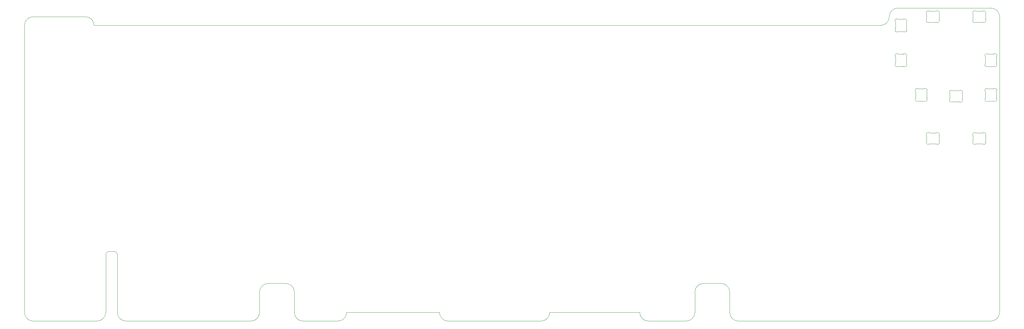
<source format=gbr>
%TF.GenerationSoftware,KiCad,Pcbnew,8.0.8*%
%TF.CreationDate,2025-08-10T21:28:01+02:00*%
%TF.ProjectId,eurovISOn REV,6575726f-7649-4534-9f6e-205245562e6b,rev?*%
%TF.SameCoordinates,Original*%
%TF.FileFunction,Profile,NP*%
%FSLAX46Y46*%
G04 Gerber Fmt 4.6, Leading zero omitted, Abs format (unit mm)*
G04 Created by KiCad (PCBNEW 8.0.8) date 2025-08-10 21:28:01*
%MOMM*%
%LPD*%
G01*
G04 APERTURE LIST*
%TA.AperFunction,Profile*%
%ADD10C,0.050000*%
%TD*%
%TA.AperFunction,Profile*%
%ADD11C,0.100000*%
%TD*%
G04 APERTURE END LIST*
D10*
X207962500Y-103187500D02*
X277018750Y-103187500D01*
X29368750Y-19843750D02*
X15081250Y-19843750D01*
X279400000Y-100806250D02*
X279400000Y-19843750D01*
X37306250Y-84137500D02*
X35718750Y-84137500D01*
X196056250Y-100806250D02*
G75*
G02*
X193675000Y-103187450I-2381250J50D01*
G01*
X156368750Y-100806250D02*
G75*
G02*
X153987500Y-103187450I-2381250J50D01*
G01*
X249237500Y-19843750D02*
G75*
G02*
X246856250Y-22225000I-2381300J50D01*
G01*
X76993750Y-95250000D02*
G75*
G02*
X79375000Y-92868750I2381250J0D01*
G01*
X34925000Y-100806250D02*
X34925000Y-84931250D01*
X32543750Y-103187500D02*
X15081250Y-103187500D01*
X76993750Y-100806250D02*
G75*
G02*
X74612500Y-103187500I-2381250J0D01*
G01*
X203200000Y-92868750D02*
G75*
G02*
X205581250Y-95250000I0J-2381250D01*
G01*
X196056250Y-95250000D02*
X196056250Y-100806250D01*
X79375000Y-92868750D02*
X84137500Y-92868750D01*
X205581250Y-95250000D02*
X205581250Y-100806250D01*
X34925000Y-84931250D02*
G75*
G02*
X35718750Y-84137500I793800J-50D01*
G01*
X207962500Y-103187500D02*
G75*
G02*
X205581200Y-100806250I0J2381300D01*
G01*
X15081250Y-103187500D02*
G75*
G02*
X12700000Y-100806250I0J2381250D01*
G01*
X34925000Y-100806250D02*
G75*
G02*
X32543750Y-103187500I-2381250J0D01*
G01*
X100806250Y-100806250D02*
G75*
G02*
X98425000Y-103187450I-2381250J50D01*
G01*
X128587500Y-103187500D02*
X153987500Y-103187500D01*
X126206250Y-100806250D02*
X100806250Y-100806250D01*
X37306250Y-84137500D02*
G75*
G02*
X38100000Y-84931250I-50J-793800D01*
G01*
X88900000Y-103187500D02*
G75*
G02*
X86518700Y-100806250I0J2381300D01*
G01*
X183356250Y-103187500D02*
G75*
G02*
X180975000Y-100806250I50J2381300D01*
G01*
X277018750Y-17462500D02*
X251618750Y-17462500D01*
X40481250Y-103187500D02*
G75*
G02*
X38100000Y-100806250I50J2381300D01*
G01*
X196056250Y-95250000D02*
G75*
G02*
X198437500Y-92868750I2381250J0D01*
G01*
X249237500Y-19843750D02*
G75*
G02*
X251618750Y-17462500I2381300J-50D01*
G01*
X12700000Y-22225000D02*
G75*
G02*
X15081250Y-19843750I2381250J0D01*
G01*
X183356250Y-103187500D02*
X193675000Y-103187500D01*
X128587500Y-103187500D02*
G75*
G02*
X126206200Y-100806250I0J2381300D01*
G01*
X246856250Y-22225000D02*
X31750000Y-22225000D01*
X74612500Y-103187500D02*
X40481250Y-103187500D01*
X180975000Y-100806250D02*
X156368750Y-100806250D01*
X86518750Y-95250000D02*
X86518750Y-100806250D01*
X277018750Y-17462500D02*
G75*
G02*
X279400000Y-19843750I-50J-2381300D01*
G01*
X84137500Y-92868750D02*
G75*
G02*
X86518750Y-95250000I0J-2381250D01*
G01*
X12700000Y-100806250D02*
X12700000Y-22225000D01*
X76993750Y-95250000D02*
X76993750Y-100806250D01*
X279400000Y-100806250D02*
G75*
G02*
X277018750Y-103187500I-2381300J50D01*
G01*
X98425000Y-103187500D02*
X88900000Y-103187500D01*
X29368750Y-19843750D02*
G75*
G02*
X31750000Y-22225000I0J-2381250D01*
G01*
X38100000Y-100806250D02*
X38100000Y-84931250D01*
X198437500Y-92868750D02*
X203200000Y-92868750D01*
D11*
%TO.C,LED2*%
X275518751Y-40480548D02*
X275518751Y-42069452D01*
X276315909Y-42974999D02*
X277721593Y-42974999D01*
X277721593Y-39575001D02*
X276315909Y-39575001D01*
X278518750Y-42069453D02*
X278518750Y-40480548D01*
X275450452Y-40228290D02*
G75*
G02*
X275518750Y-40480548I-431712J-252260D01*
G01*
X275450454Y-40228289D02*
G75*
G02*
X276099029Y-39525520I431696J252259D01*
G01*
X275518751Y-42069452D02*
G75*
G02*
X275450452Y-42321711I-500009J2D01*
G01*
X276099031Y-43024484D02*
G75*
G02*
X276315909Y-42974999I216876J-450505D01*
G01*
X276099032Y-43024484D02*
G75*
G02*
X275450452Y-42321711I-216880J450514D01*
G01*
X276315908Y-39575001D02*
G75*
G02*
X276099031Y-39525516I82J500351D01*
G01*
X277721594Y-42974999D02*
G75*
G02*
X277938471Y-43024484I1J-499990D01*
G01*
X277938471Y-39525516D02*
G75*
G02*
X277721593Y-39575013I-217021J451016D01*
G01*
X277938471Y-39525516D02*
G75*
G02*
X278587050Y-40228289I216879J-450514D01*
G01*
X278518751Y-40480547D02*
G75*
G02*
X278587050Y-40228289I500009J-3D01*
G01*
X278587049Y-42321711D02*
G75*
G02*
X277938471Y-43024485I-431700J-252259D01*
G01*
X278587049Y-42321711D02*
G75*
G02*
X278518750Y-42069453I431710J252261D01*
G01*
%TO.C,LED1*%
X272143751Y-52478409D02*
X272143751Y-53884093D01*
X273049297Y-54681250D02*
X274638202Y-54681250D01*
X274638202Y-51681251D02*
X273049298Y-51681251D01*
X275543749Y-53884093D02*
X275543749Y-52478409D01*
X272094266Y-52261531D02*
G75*
G02*
X272143751Y-52478409I-450505J-216876D01*
G01*
X272094266Y-52261532D02*
G75*
G02*
X272797039Y-51612952I450514J216880D01*
G01*
X272143751Y-53884094D02*
G75*
G02*
X272094266Y-54100971I-499990J-1D01*
G01*
X272797039Y-54749549D02*
G75*
G02*
X272094265Y-54100971I-252259J431700D01*
G01*
X272797039Y-54749549D02*
G75*
G02*
X273049297Y-54681250I252261J-431710D01*
G01*
X273049298Y-51681251D02*
G75*
G02*
X272797039Y-51612952I2J500009D01*
G01*
X274638203Y-54681251D02*
G75*
G02*
X274890461Y-54749550I-3J-500009D01*
G01*
X274890460Y-51612952D02*
G75*
G02*
X274638202Y-51681250I-252260J431712D01*
G01*
X274890461Y-51612954D02*
G75*
G02*
X275593230Y-52261529I252259J-431696D01*
G01*
X275543749Y-52478408D02*
G75*
G02*
X275593234Y-52261531I500351J-82D01*
G01*
X275593234Y-54100971D02*
G75*
G02*
X274890461Y-54749550I-450514J-216879D01*
G01*
X275593234Y-54100971D02*
G75*
G02*
X275543737Y-53884093I451016J217021D01*
G01*
%TO.C,LED7*%
X250912500Y-30955547D02*
X250912500Y-32544452D01*
X251709657Y-33449999D02*
X253115341Y-33449999D01*
X253115341Y-30050001D02*
X251709657Y-30050001D01*
X253912499Y-32544452D02*
X253912499Y-30955548D01*
X250844201Y-30703289D02*
G75*
G02*
X250912500Y-30955547I-431710J-252261D01*
G01*
X250844201Y-30703289D02*
G75*
G02*
X251492779Y-30000515I431700J252259D01*
G01*
X250912499Y-32544453D02*
G75*
G02*
X250844200Y-32796711I-500009J3D01*
G01*
X251492779Y-33499484D02*
G75*
G02*
X250844200Y-32796711I-216879J450514D01*
G01*
X251492779Y-33499484D02*
G75*
G02*
X251709657Y-33449987I217021J-451016D01*
G01*
X251709656Y-30050001D02*
G75*
G02*
X251492779Y-30000516I-1J499990D01*
G01*
X253115342Y-33449999D02*
G75*
G02*
X253332219Y-33499484I-82J-500351D01*
G01*
X253332218Y-30000516D02*
G75*
G02*
X253980798Y-30703289I216880J-450514D01*
G01*
X253332219Y-30000516D02*
G75*
G02*
X253115341Y-30050001I-216876J450505D01*
G01*
X253912499Y-30955548D02*
G75*
G02*
X253980798Y-30703289I500009J-2D01*
G01*
X253980796Y-32796711D02*
G75*
G02*
X253332221Y-33499480I-431696J-252259D01*
G01*
X253980798Y-32796710D02*
G75*
G02*
X253912500Y-32544452I431712J252260D01*
G01*
%TO.C,LED3*%
X275518751Y-30955548D02*
X275518751Y-32544452D01*
X276315909Y-33449999D02*
X277721593Y-33449999D01*
X277721593Y-30050001D02*
X276315909Y-30050001D01*
X278518750Y-32544453D02*
X278518750Y-30955548D01*
X275450452Y-30703290D02*
G75*
G02*
X275518750Y-30955548I-431712J-252260D01*
G01*
X275450454Y-30703289D02*
G75*
G02*
X276099029Y-30000520I431696J252259D01*
G01*
X275518751Y-32544452D02*
G75*
G02*
X275450452Y-32796711I-500009J2D01*
G01*
X276099031Y-33499484D02*
G75*
G02*
X276315909Y-33449999I216876J-450505D01*
G01*
X276099032Y-33499484D02*
G75*
G02*
X275450452Y-32796711I-216880J450514D01*
G01*
X276315908Y-30050001D02*
G75*
G02*
X276099031Y-30000516I82J500351D01*
G01*
X277721594Y-33449999D02*
G75*
G02*
X277938471Y-33499484I1J-499990D01*
G01*
X277938471Y-30000516D02*
G75*
G02*
X277721593Y-30050013I-217021J451016D01*
G01*
X277938471Y-30000516D02*
G75*
G02*
X278587050Y-30703289I216879J-450514D01*
G01*
X278518751Y-30955547D02*
G75*
G02*
X278587050Y-30703289I500009J-3D01*
G01*
X278587049Y-32796711D02*
G75*
G02*
X277938471Y-33499485I-431700J-252259D01*
G01*
X278587049Y-32796711D02*
G75*
G02*
X278518750Y-32544453I431710J252261D01*
G01*
%TO.C,LED9*%
X259443751Y-52478409D02*
X259443751Y-53884093D01*
X260349297Y-54681250D02*
X261938202Y-54681250D01*
X261938202Y-51681251D02*
X260349298Y-51681251D01*
X262843749Y-53884093D02*
X262843749Y-52478409D01*
X259394266Y-52261531D02*
G75*
G02*
X259443751Y-52478409I-450505J-216876D01*
G01*
X259394266Y-52261532D02*
G75*
G02*
X260097039Y-51612952I450514J216880D01*
G01*
X259443751Y-53884094D02*
G75*
G02*
X259394266Y-54100971I-499990J-1D01*
G01*
X260097039Y-54749549D02*
G75*
G02*
X259394265Y-54100971I-252259J431700D01*
G01*
X260097039Y-54749549D02*
G75*
G02*
X260349297Y-54681250I252261J-431710D01*
G01*
X260349298Y-51681251D02*
G75*
G02*
X260097039Y-51612952I2J500009D01*
G01*
X261938203Y-54681251D02*
G75*
G02*
X262190461Y-54749550I-3J-500009D01*
G01*
X262190460Y-51612952D02*
G75*
G02*
X261938202Y-51681250I-252260J431712D01*
G01*
X262190461Y-51612954D02*
G75*
G02*
X262893230Y-52261529I252259J-431696D01*
G01*
X262843749Y-52478408D02*
G75*
G02*
X262893234Y-52261531I500351J-82D01*
G01*
X262893234Y-54100971D02*
G75*
G02*
X262190461Y-54749550I-450514J-216879D01*
G01*
X262893234Y-54100971D02*
G75*
G02*
X262843737Y-53884093I451016J217021D01*
G01*
%TO.C,LED10*%
X265793751Y-40897157D02*
X265793751Y-42302841D01*
X266699298Y-43099999D02*
X268288202Y-43099999D01*
X268288203Y-40100000D02*
X266699298Y-40100000D01*
X269193749Y-42302841D02*
X269193749Y-40897157D01*
X265744266Y-40680279D02*
G75*
G02*
X265793763Y-40897157I-451016J-217021D01*
G01*
X265744266Y-40680279D02*
G75*
G02*
X266447039Y-40031700I450514J216879D01*
G01*
X265793751Y-42302842D02*
G75*
G02*
X265744266Y-42519719I-500351J82D01*
G01*
X266447039Y-43168296D02*
G75*
G02*
X265744270Y-42519721I-252259J431696D01*
G01*
X266447040Y-43168298D02*
G75*
G02*
X266699298Y-43100000I252260J-431712D01*
G01*
X266699297Y-40099999D02*
G75*
G02*
X266447039Y-40031700I3J500009D01*
G01*
X268288202Y-43099999D02*
G75*
G02*
X268540461Y-43168298I-2J-500009D01*
G01*
X268540461Y-40031701D02*
G75*
G02*
X268288203Y-40100000I-252261J431710D01*
G01*
X268540461Y-40031701D02*
G75*
G02*
X269243233Y-40680279I252258J-431700D01*
G01*
X269193749Y-40897156D02*
G75*
G02*
X269243234Y-40680279I499990J1D01*
G01*
X269243234Y-42519718D02*
G75*
G02*
X268540461Y-43168298I-450514J-216880D01*
G01*
X269243234Y-42519719D02*
G75*
G02*
X269193749Y-42302841I450505J216876D01*
G01*
%TO.C,LED5*%
X259443751Y-19140907D02*
X259443751Y-20546591D01*
X260349298Y-21343749D02*
X261938202Y-21343749D01*
X261938203Y-18343750D02*
X260349298Y-18343750D01*
X262843749Y-20546591D02*
X262843749Y-19140907D01*
X259394266Y-18924029D02*
G75*
G02*
X259443763Y-19140907I-451016J-217021D01*
G01*
X259394266Y-18924029D02*
G75*
G02*
X260097039Y-18275450I450514J216879D01*
G01*
X259443751Y-20546592D02*
G75*
G02*
X259394266Y-20763469I-500351J82D01*
G01*
X260097039Y-21412046D02*
G75*
G02*
X259394270Y-20763471I-252259J431696D01*
G01*
X260097040Y-21412048D02*
G75*
G02*
X260349298Y-21343750I252260J-431712D01*
G01*
X260349297Y-18343749D02*
G75*
G02*
X260097039Y-18275450I3J500009D01*
G01*
X261938202Y-21343749D02*
G75*
G02*
X262190461Y-21412048I-2J-500009D01*
G01*
X262190461Y-18275451D02*
G75*
G02*
X261938203Y-18343750I-252261J431710D01*
G01*
X262190461Y-18275451D02*
G75*
G02*
X262893235Y-18924029I252259J-431700D01*
G01*
X262843749Y-19140906D02*
G75*
G02*
X262893234Y-18924029I499990J1D01*
G01*
X262893234Y-20763468D02*
G75*
G02*
X262190461Y-21412048I-450514J-216880D01*
G01*
X262893234Y-20763469D02*
G75*
G02*
X262843749Y-20546591I450505J216876D01*
G01*
%TO.C,LED4*%
X272143751Y-19140907D02*
X272143751Y-20546591D01*
X273049298Y-21343749D02*
X274638202Y-21343749D01*
X274638203Y-18343750D02*
X273049298Y-18343750D01*
X275543749Y-20546591D02*
X275543749Y-19140907D01*
X272094266Y-18924029D02*
G75*
G02*
X272143763Y-19140907I-451016J-217021D01*
G01*
X272094266Y-18924029D02*
G75*
G02*
X272797039Y-18275450I450514J216879D01*
G01*
X272143751Y-20546592D02*
G75*
G02*
X272094266Y-20763469I-500351J82D01*
G01*
X272797039Y-21412046D02*
G75*
G02*
X272094270Y-20763471I-252259J431696D01*
G01*
X272797040Y-21412048D02*
G75*
G02*
X273049298Y-21343750I252260J-431712D01*
G01*
X273049297Y-18343749D02*
G75*
G02*
X272797039Y-18275450I3J500009D01*
G01*
X274638202Y-21343749D02*
G75*
G02*
X274890461Y-21412048I-2J-500009D01*
G01*
X274890461Y-18275451D02*
G75*
G02*
X274638203Y-18343750I-252261J431710D01*
G01*
X274890461Y-18275451D02*
G75*
G02*
X275593235Y-18924029I252259J-431700D01*
G01*
X275543749Y-19140906D02*
G75*
G02*
X275593234Y-18924029I499990J1D01*
G01*
X275593234Y-20763468D02*
G75*
G02*
X274890461Y-21412048I-450514J-216880D01*
G01*
X275593234Y-20763469D02*
G75*
G02*
X275543749Y-20546591I450505J216876D01*
G01*
%TO.C,LED6*%
X250912500Y-21430547D02*
X250912500Y-23019452D01*
X251709657Y-23924999D02*
X253115341Y-23924999D01*
X253115341Y-20525001D02*
X251709657Y-20525001D01*
X253912499Y-23019452D02*
X253912499Y-21430548D01*
X250844201Y-21178289D02*
G75*
G02*
X250912500Y-21430547I-431710J-252261D01*
G01*
X250844201Y-21178289D02*
G75*
G02*
X251492779Y-20475515I431700J252259D01*
G01*
X250912499Y-23019453D02*
G75*
G02*
X250844200Y-23271711I-500009J3D01*
G01*
X251492779Y-23974484D02*
G75*
G02*
X250844200Y-23271711I-216879J450514D01*
G01*
X251492779Y-23974484D02*
G75*
G02*
X251709657Y-23924987I217021J-451016D01*
G01*
X251709656Y-20525001D02*
G75*
G02*
X251492779Y-20475516I-1J499990D01*
G01*
X253115342Y-23924999D02*
G75*
G02*
X253332219Y-23974484I-82J-500351D01*
G01*
X253332218Y-20475516D02*
G75*
G02*
X253980798Y-21178289I216880J-450514D01*
G01*
X253332219Y-20475516D02*
G75*
G02*
X253115341Y-20525001I-216876J450505D01*
G01*
X253912499Y-21430548D02*
G75*
G02*
X253980798Y-21178289I500009J-2D01*
G01*
X253980796Y-23271711D02*
G75*
G02*
X253332221Y-23974480I-431696J-252259D01*
G01*
X253980798Y-23271710D02*
G75*
G02*
X253912500Y-23019452I431712J252260D01*
G01*
%TO.C,LED8*%
X256468750Y-40480547D02*
X256468750Y-42069452D01*
X257265907Y-42974999D02*
X258671591Y-42974999D01*
X258671591Y-39575001D02*
X257265907Y-39575001D01*
X259468749Y-42069452D02*
X259468749Y-40480548D01*
X256400451Y-40228289D02*
G75*
G02*
X256468750Y-40480547I-431710J-252261D01*
G01*
X256400451Y-40228289D02*
G75*
G02*
X257049029Y-39525515I431700J252259D01*
G01*
X256468749Y-42069453D02*
G75*
G02*
X256400450Y-42321711I-500009J3D01*
G01*
X257049029Y-43024484D02*
G75*
G02*
X256400450Y-42321711I-216879J450514D01*
G01*
X257049029Y-43024484D02*
G75*
G02*
X257265907Y-42974987I217021J-451016D01*
G01*
X257265906Y-39575001D02*
G75*
G02*
X257049029Y-39525516I-1J499990D01*
G01*
X258671592Y-42974999D02*
G75*
G02*
X258888469Y-43024484I-82J-500351D01*
G01*
X258888468Y-39525516D02*
G75*
G02*
X259537048Y-40228289I216880J-450514D01*
G01*
X258888469Y-39525516D02*
G75*
G02*
X258671591Y-39575001I-216876J450505D01*
G01*
X259468749Y-40480548D02*
G75*
G02*
X259537048Y-40228289I500009J-2D01*
G01*
X259537046Y-42321711D02*
G75*
G02*
X258888471Y-43024480I-431696J-252259D01*
G01*
X259537048Y-42321710D02*
G75*
G02*
X259468750Y-42069452I431712J252260D01*
G01*
%TD*%
M02*

</source>
